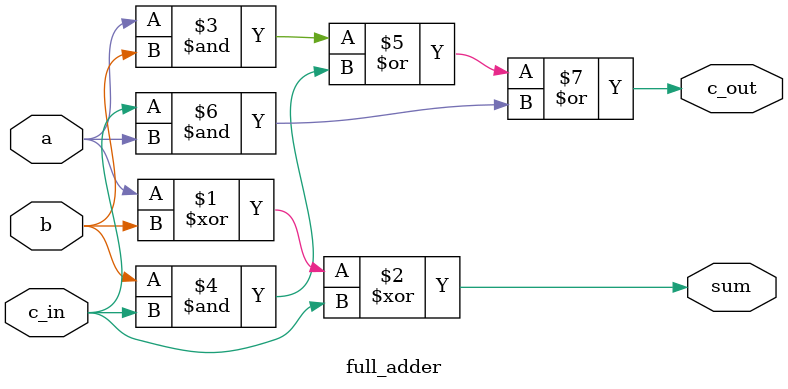
<source format=sv>
module full_adder (
  input logic a,
  input logic b,
  input logic c_in,
  output logic sum,
  output logic c_out);
  
  assign sum=a^b^c_in;
  assign c_out=(a&b)|(b&c_in)|(c_in&a);
  
endmodule
</source>
